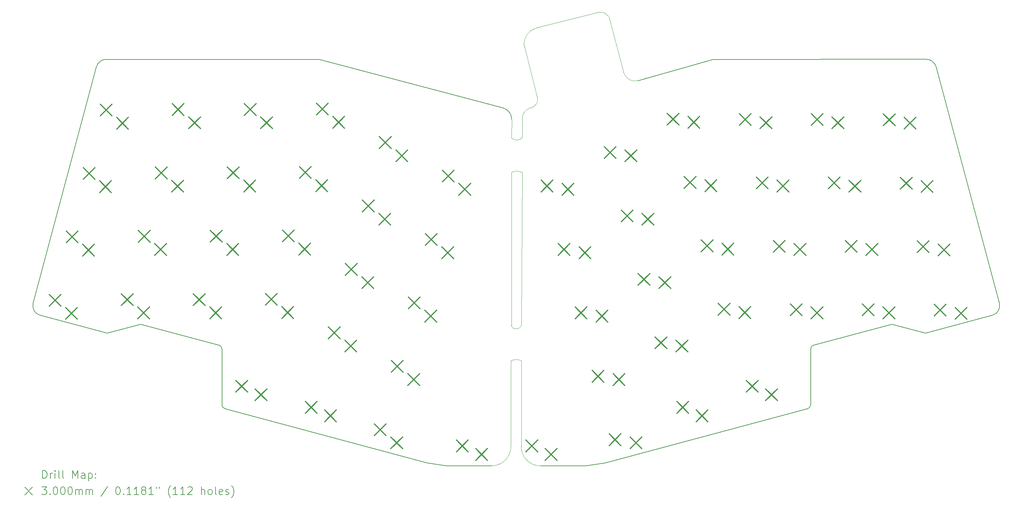
<source format=gbr>
%TF.GenerationSoftware,KiCad,Pcbnew,7.0.9-7.0.9~ubuntu22.04.1*%
%TF.CreationDate,2023-12-21T13:29:14+01:00*%
%TF.ProjectId,ergo56,6572676f-3536-42e6-9b69-6361645f7063,0.1*%
%TF.SameCoordinates,Original*%
%TF.FileFunction,Drillmap*%
%TF.FilePolarity,Positive*%
%FSLAX45Y45*%
G04 Gerber Fmt 4.5, Leading zero omitted, Abs format (unit mm)*
G04 Created by KiCad (PCBNEW 7.0.9-7.0.9~ubuntu22.04.1) date 2023-12-21 13:29:14*
%MOMM*%
%LPD*%
G01*
G04 APERTURE LIST*
%ADD10C,0.188976*%
%ADD11C,0.050000*%
%ADD12C,0.200000*%
%ADD13C,0.300000*%
G04 APERTURE END LIST*
D10*
X7214306Y-11646436D02*
G75*
G03*
X7140186Y-11549922I-100006J-84D01*
G01*
X25426197Y-11238603D02*
X24559450Y-11005628D01*
X17138840Y-14598765D02*
X16634302Y-14675633D01*
X22528409Y-11549890D02*
G75*
G03*
X22454292Y-11646408I25881J-96590D01*
G01*
X2328493Y-10467059D02*
G75*
G03*
X2505275Y-10773246I241487J-64701D01*
G01*
D11*
X15250138Y-5383050D02*
X15198079Y-5399411D01*
X14986352Y-7078857D02*
G75*
G03*
X14710821Y-7076535I-139702J-228593D01*
G01*
X14968877Y-11012940D02*
X14986355Y-7078853D01*
D10*
X25697906Y-4331268D02*
X27340093Y-10467031D01*
D11*
X15354655Y-3332354D02*
G75*
G03*
X15031566Y-3764153I126995J-431796D01*
G01*
X17613511Y-4484754D02*
G75*
G03*
X17985388Y-4696851I290079J76544D01*
G01*
X14706955Y-6177153D02*
X14715457Y-5701057D01*
X15383942Y-5142722D02*
X15031566Y-3764153D01*
X15250138Y-5383050D02*
G75*
G03*
X15383942Y-5142722I-59968J190800D01*
G01*
X14694255Y-11955653D02*
X14694255Y-14174108D01*
D10*
X14715452Y-5701057D02*
G75*
G03*
X14492361Y-5405713I-299952J5357D01*
G01*
X12529762Y-14598762D02*
X7288411Y-13190970D01*
X22380192Y-13190975D02*
G75*
G03*
X22454279Y-13094388I-25902J96575D01*
G01*
D11*
X16967555Y-2925953D02*
X15354655Y-3332353D01*
X14962649Y-14174292D02*
G75*
G03*
X15462643Y-14675632I499991J-1348D01*
G01*
D10*
X7214324Y-13094386D02*
X7214304Y-11646436D01*
X2328499Y-10467060D02*
X3970686Y-4331299D01*
X7214325Y-13094386D02*
G75*
G03*
X7288411Y-13190970I99995J-4D01*
G01*
X27163316Y-10773216D02*
G75*
G03*
X27340093Y-10467031I-64696J241476D01*
G01*
X17985388Y-4696851D02*
X19927402Y-4146477D01*
D11*
X17235530Y-3052174D02*
G75*
G03*
X16967555Y-2925953I-229880J-140476D01*
G01*
D10*
X14194911Y-14674108D02*
X13034300Y-14675631D01*
D11*
X14194911Y-14674115D02*
G75*
G03*
X14694255Y-14174108I-661J500005D01*
G01*
D10*
X9741186Y-4146502D02*
X9741186Y-4146502D01*
X4212370Y-4146004D02*
G75*
G03*
X3970686Y-4331299I-202J-250001D01*
G01*
D11*
X15198079Y-5399410D02*
G75*
G03*
X14988036Y-5687881I89951J-286200D01*
G01*
X14962645Y-14174292D02*
X14968599Y-11953065D01*
X17613515Y-4484753D02*
X17235536Y-3052170D01*
X14706947Y-11041256D02*
G75*
G03*
X14968877Y-11012940I127003J50806D01*
G01*
D10*
X9741186Y-4146502D02*
X14492361Y-5405713D01*
X16634302Y-14675633D02*
X15462643Y-14675632D01*
D11*
X14706961Y-6177148D02*
G75*
G03*
X14991694Y-6171019I139699J126998D01*
G01*
D10*
X27163316Y-10773217D02*
X25426197Y-11238603D01*
D11*
X14991694Y-6171019D02*
X14988036Y-5687881D01*
D10*
X4212370Y-4146004D02*
X9741186Y-4146502D01*
D11*
X14706955Y-11041253D02*
X14710821Y-7076535D01*
D10*
X13034300Y-14675631D02*
X12529762Y-14598762D01*
X7140186Y-11549922D02*
X5109147Y-11005655D01*
X22454292Y-11646408D02*
X22454279Y-13094388D01*
X24559450Y-11005628D02*
X22528411Y-11549894D01*
X18189040Y-4611795D02*
X18189040Y-4611795D01*
X5109147Y-11005655D02*
X4242399Y-11238630D01*
X4242399Y-11238630D02*
X2505275Y-10773246D01*
X25697900Y-4331270D02*
G75*
G03*
X25456222Y-4145973I-241480J-64700D01*
G01*
X19927402Y-4146477D02*
X25456222Y-4145973D01*
X22380192Y-13190973D02*
X17138840Y-14598765D01*
D11*
X14968597Y-11953069D02*
G75*
G03*
X14694255Y-11955653I-134647J-269281D01*
G01*
D12*
D13*
X2744312Y-10234897D02*
X3044312Y-10534897D01*
X3044312Y-10234897D02*
X2744312Y-10534897D01*
X3170335Y-10576810D02*
X3470335Y-10876810D01*
X3470335Y-10576810D02*
X3170335Y-10876810D01*
X3184305Y-8592823D02*
X3484305Y-8892823D01*
X3484305Y-8592823D02*
X3184305Y-8892823D01*
X3610328Y-8934736D02*
X3910328Y-9234736D01*
X3910328Y-8934736D02*
X3610328Y-9234736D01*
X3624298Y-6950748D02*
X3924298Y-7250748D01*
X3924298Y-6950748D02*
X3624298Y-7250748D01*
X4050321Y-7292661D02*
X4350321Y-7592661D01*
X4350321Y-7292661D02*
X4050321Y-7592661D01*
X4064294Y-5308670D02*
X4364294Y-5608669D01*
X4364294Y-5308670D02*
X4064294Y-5608669D01*
X4490317Y-5650583D02*
X4790317Y-5950583D01*
X4790317Y-5650583D02*
X4490317Y-5950583D01*
X4611498Y-10221128D02*
X4911498Y-10521128D01*
X4911498Y-10221128D02*
X4611498Y-10521128D01*
X5037521Y-10563041D02*
X5337521Y-10863041D01*
X5337521Y-10563041D02*
X5037521Y-10863041D01*
X5051492Y-8579054D02*
X5351492Y-8879054D01*
X5351492Y-8579054D02*
X5051492Y-8879054D01*
X5477515Y-8920967D02*
X5777514Y-9220967D01*
X5777514Y-8920967D02*
X5477515Y-9220967D01*
X5491484Y-6936980D02*
X5791484Y-7236980D01*
X5791484Y-6936980D02*
X5491484Y-7236980D01*
X5917507Y-7278894D02*
X6217507Y-7578894D01*
X6217507Y-7278894D02*
X5917507Y-7578894D01*
X5931475Y-5294902D02*
X6231475Y-5594902D01*
X6231475Y-5294902D02*
X5931475Y-5594902D01*
X6357498Y-5636815D02*
X6657498Y-5936815D01*
X6657498Y-5636815D02*
X6357498Y-5936815D01*
X6475171Y-10220479D02*
X6775171Y-10520479D01*
X6775171Y-10220479D02*
X6475171Y-10520479D01*
X6901194Y-10562392D02*
X7201194Y-10862392D01*
X7201194Y-10562392D02*
X6901194Y-10862392D01*
X6915163Y-8578404D02*
X7215163Y-8878404D01*
X7215163Y-8578404D02*
X6915163Y-8878404D01*
X7341185Y-8920317D02*
X7641185Y-9220317D01*
X7641185Y-8920317D02*
X7341185Y-9220317D01*
X7355155Y-6936330D02*
X7655155Y-7236330D01*
X7655155Y-6936330D02*
X7355155Y-7236330D01*
X7576457Y-12461900D02*
X7876457Y-12761900D01*
X7876457Y-12461900D02*
X7576457Y-12761900D01*
X7781178Y-7278244D02*
X8081178Y-7578244D01*
X8081178Y-7278244D02*
X7781178Y-7578244D01*
X7795148Y-5294253D02*
X8095148Y-5594253D01*
X8095148Y-5294253D02*
X7795148Y-5594253D01*
X8076457Y-12681900D02*
X8376457Y-12981900D01*
X8376457Y-12681900D02*
X8076457Y-12981900D01*
X8221171Y-5636166D02*
X8521171Y-5936166D01*
X8521171Y-5636166D02*
X8221171Y-5936166D01*
X8341244Y-10210864D02*
X8641244Y-10510864D01*
X8641244Y-10210864D02*
X8341244Y-10510864D01*
X8767267Y-10552778D02*
X9067267Y-10852778D01*
X9067267Y-10552778D02*
X8767267Y-10852778D01*
X8781236Y-8568789D02*
X9081236Y-8868789D01*
X9081236Y-8568789D02*
X8781236Y-8868789D01*
X9207259Y-8910703D02*
X9507259Y-9210703D01*
X9507259Y-8910703D02*
X9207259Y-9210703D01*
X9221229Y-6926716D02*
X9521229Y-7226716D01*
X9521229Y-6926716D02*
X9221229Y-7226716D01*
X9376457Y-13010100D02*
X9676457Y-13310100D01*
X9676457Y-13010100D02*
X9376457Y-13310100D01*
X9647251Y-7268629D02*
X9947251Y-7568629D01*
X9947251Y-7268629D02*
X9647251Y-7568629D01*
X9661224Y-5284638D02*
X9961224Y-5584638D01*
X9961224Y-5284638D02*
X9661224Y-5584638D01*
X9876457Y-13230100D02*
X10176457Y-13530100D01*
X10176457Y-13230100D02*
X9876457Y-13530100D01*
X9972355Y-11078140D02*
X10272355Y-11378139D01*
X10272355Y-11078140D02*
X9972355Y-11378139D01*
X10087247Y-5626551D02*
X10387247Y-5926551D01*
X10387247Y-5626551D02*
X10087247Y-5926551D01*
X10398378Y-11420053D02*
X10698378Y-11720053D01*
X10698378Y-11420053D02*
X10398378Y-11720053D01*
X10412347Y-9436066D02*
X10712347Y-9736066D01*
X10712347Y-9436066D02*
X10412347Y-9736066D01*
X10838370Y-9777979D02*
X11138370Y-10077979D01*
X11138370Y-9777979D02*
X10838370Y-10077979D01*
X10852340Y-7793992D02*
X11152340Y-8093992D01*
X11152340Y-7793992D02*
X10852340Y-8093992D01*
X11163474Y-13587491D02*
X11463474Y-13887491D01*
X11463474Y-13587491D02*
X11163474Y-13887491D01*
X11278362Y-8135905D02*
X11578362Y-8435906D01*
X11578362Y-8135905D02*
X11278362Y-8435906D01*
X11292331Y-6151920D02*
X11592331Y-6451920D01*
X11592331Y-6151920D02*
X11292331Y-6451920D01*
X11589496Y-13929404D02*
X11889496Y-14229404D01*
X11889496Y-13929404D02*
X11589496Y-14229404D01*
X11603466Y-11945417D02*
X11903466Y-12245417D01*
X11903466Y-11945417D02*
X11603466Y-12245417D01*
X11718354Y-6493834D02*
X12018354Y-6793834D01*
X12018354Y-6493834D02*
X11718354Y-6793834D01*
X12029489Y-12287330D02*
X12329489Y-12587330D01*
X12329489Y-12287330D02*
X12029489Y-12587330D01*
X12043459Y-10303344D02*
X12343459Y-10603344D01*
X12343459Y-10303344D02*
X12043459Y-10603344D01*
X12469482Y-10645257D02*
X12769482Y-10945257D01*
X12769482Y-10645257D02*
X12469482Y-10945257D01*
X12483450Y-8661270D02*
X12783450Y-8961270D01*
X12783450Y-8661270D02*
X12483450Y-8961270D01*
X12909473Y-9003183D02*
X13209473Y-9303183D01*
X13209473Y-9003183D02*
X12909473Y-9303183D01*
X12923446Y-7019194D02*
X13223446Y-7319194D01*
X13223446Y-7019194D02*
X12923446Y-7319194D01*
X13285056Y-14007453D02*
X13585056Y-14307453D01*
X13585056Y-14007453D02*
X13285056Y-14307453D01*
X13349469Y-7361107D02*
X13649469Y-7661107D01*
X13649469Y-7361107D02*
X13349469Y-7661107D01*
X13785056Y-14227453D02*
X14085056Y-14527453D01*
X14085056Y-14227453D02*
X13785056Y-14527453D01*
X15085056Y-14007453D02*
X15385056Y-14307453D01*
X15385056Y-14007453D02*
X15085056Y-14307453D01*
X15480749Y-7278015D02*
X15780749Y-7578015D01*
X15780749Y-7278015D02*
X15480749Y-7578015D01*
X15585056Y-14227453D02*
X15885056Y-14527453D01*
X15885056Y-14227453D02*
X15585056Y-14527453D01*
X15920738Y-8920089D02*
X16220738Y-9220089D01*
X16220738Y-8920089D02*
X15920738Y-9220089D01*
X16020652Y-7361109D02*
X16320652Y-7661109D01*
X16320652Y-7361109D02*
X16020652Y-7661109D01*
X16360729Y-10562162D02*
X16660729Y-10862162D01*
X16660729Y-10562162D02*
X16360729Y-10862162D01*
X16460641Y-9003183D02*
X16760641Y-9303183D01*
X16760641Y-9003183D02*
X16460641Y-9303183D01*
X16800723Y-12204237D02*
X17100723Y-12504237D01*
X17100723Y-12204237D02*
X16800723Y-12504237D01*
X16900633Y-10645256D02*
X17200633Y-10945256D01*
X17200633Y-10645256D02*
X16900633Y-10945256D01*
X17111855Y-6410742D02*
X17411855Y-6710742D01*
X17411855Y-6410742D02*
X17111855Y-6710742D01*
X17240716Y-13846278D02*
X17540716Y-14146278D01*
X17540716Y-13846278D02*
X17240716Y-14146278D01*
X17340626Y-12287331D02*
X17640626Y-12587331D01*
X17640626Y-12287331D02*
X17340626Y-12587331D01*
X17551848Y-8052812D02*
X17851848Y-8352812D01*
X17851848Y-8052812D02*
X17551848Y-8352812D01*
X17651758Y-6493836D02*
X17951758Y-6793836D01*
X17951758Y-6493836D02*
X17651758Y-6793836D01*
X17780619Y-13929373D02*
X18080619Y-14229373D01*
X18080619Y-13929373D02*
X17780619Y-14229373D01*
X17991840Y-9694886D02*
X18291840Y-9994886D01*
X18291840Y-9694886D02*
X17991840Y-9994886D01*
X18091752Y-8135906D02*
X18391752Y-8435906D01*
X18391752Y-8135906D02*
X18091752Y-8435906D01*
X18431833Y-11336959D02*
X18731833Y-11636959D01*
X18731833Y-11336959D02*
X18431833Y-11636959D01*
X18531743Y-9777980D02*
X18831743Y-10077980D01*
X18831743Y-9777980D02*
X18531743Y-10077980D01*
X18742972Y-5543458D02*
X19042972Y-5843458D01*
X19042972Y-5543458D02*
X18742972Y-5843458D01*
X18971736Y-11420054D02*
X19271736Y-11720054D01*
X19271736Y-11420054D02*
X18971736Y-11720054D01*
X18993682Y-13010067D02*
X19293682Y-13310067D01*
X19293682Y-13010067D02*
X18993682Y-13310067D01*
X19182959Y-7185534D02*
X19482959Y-7485534D01*
X19482959Y-7185534D02*
X19182959Y-7485534D01*
X19282875Y-5626552D02*
X19582875Y-5926552D01*
X19582875Y-5626552D02*
X19282875Y-5926552D01*
X19493682Y-13230067D02*
X19793682Y-13530067D01*
X19793682Y-13230067D02*
X19493682Y-13530067D01*
X19622952Y-8827608D02*
X19922952Y-9127608D01*
X19922952Y-8827608D02*
X19622952Y-9127608D01*
X19722862Y-7268628D02*
X20022862Y-7568628D01*
X20022862Y-7268628D02*
X19722862Y-7568628D01*
X20062944Y-10469682D02*
X20362944Y-10769682D01*
X20362944Y-10469682D02*
X20062944Y-10769682D01*
X20162855Y-8910703D02*
X20462855Y-9210703D01*
X20462855Y-8910703D02*
X20162855Y-9210703D01*
X20602847Y-10552777D02*
X20902847Y-10852777D01*
X20902847Y-10552777D02*
X20602847Y-10852777D01*
X20609037Y-5553074D02*
X20909037Y-5853074D01*
X20909037Y-5553074D02*
X20609037Y-5853074D01*
X20793717Y-12461850D02*
X21093717Y-12761850D01*
X21093717Y-12461850D02*
X20793717Y-12761850D01*
X21049032Y-7195150D02*
X21349032Y-7495150D01*
X21349032Y-7195150D02*
X21049032Y-7495150D01*
X21148941Y-5636168D02*
X21448941Y-5936168D01*
X21448941Y-5636168D02*
X21148941Y-5936168D01*
X21293717Y-12681850D02*
X21593717Y-12981850D01*
X21593717Y-12681850D02*
X21293717Y-12981850D01*
X21489026Y-8837223D02*
X21789026Y-9137223D01*
X21789026Y-8837223D02*
X21489026Y-9137223D01*
X21588936Y-7278244D02*
X21888936Y-7578244D01*
X21888936Y-7278244D02*
X21588936Y-7578244D01*
X21929016Y-10479298D02*
X22229016Y-10779298D01*
X22229016Y-10479298D02*
X21929016Y-10779298D01*
X22028929Y-8920318D02*
X22328929Y-9220318D01*
X22328929Y-8920318D02*
X22028929Y-9220318D01*
X22468919Y-10562392D02*
X22768919Y-10862392D01*
X22768919Y-10562392D02*
X22468919Y-10862392D01*
X22472722Y-5553764D02*
X22772722Y-5853764D01*
X22772722Y-5553764D02*
X22472722Y-5853764D01*
X22912716Y-7195840D02*
X23212716Y-7495840D01*
X23212716Y-7195840D02*
X22912716Y-7495840D01*
X23012625Y-5636859D02*
X23312625Y-5936859D01*
X23312625Y-5636859D02*
X23012625Y-5936859D01*
X23352707Y-8837914D02*
X23652707Y-9137914D01*
X23652707Y-8837914D02*
X23352707Y-9137914D01*
X23452619Y-7278934D02*
X23752619Y-7578934D01*
X23752619Y-7278934D02*
X23452619Y-7578934D01*
X23792699Y-10479988D02*
X24092699Y-10779988D01*
X24092699Y-10479988D02*
X23792699Y-10779988D01*
X23892610Y-8921008D02*
X24192610Y-9221008D01*
X24192610Y-8921008D02*
X23892610Y-9221008D01*
X24332602Y-10563082D02*
X24632602Y-10863082D01*
X24632602Y-10563082D02*
X24332602Y-10863082D01*
X24338799Y-5563379D02*
X24638799Y-5863379D01*
X24638799Y-5563379D02*
X24338799Y-5863379D01*
X24778787Y-7205454D02*
X25078787Y-7505454D01*
X25078787Y-7205454D02*
X24778787Y-7505454D01*
X24878702Y-5646474D02*
X25178702Y-5946474D01*
X25178702Y-5646474D02*
X24878702Y-5946474D01*
X25218781Y-8847529D02*
X25518781Y-9147529D01*
X25518781Y-8847529D02*
X25218781Y-9147529D01*
X25318690Y-7288548D02*
X25618690Y-7588548D01*
X25618690Y-7288548D02*
X25318690Y-7588548D01*
X25658773Y-10489603D02*
X25958773Y-10789603D01*
X25958773Y-10489603D02*
X25658773Y-10789603D01*
X25758684Y-8930623D02*
X26058684Y-9230623D01*
X26058684Y-8930623D02*
X25758684Y-9230623D01*
X26198676Y-10572697D02*
X26498676Y-10872697D01*
X26498676Y-10572697D02*
X26198676Y-10872697D01*
D12*
X2571304Y-14996566D02*
X2571304Y-14796566D01*
X2571304Y-14796566D02*
X2618923Y-14796566D01*
X2618923Y-14796566D02*
X2647494Y-14806090D01*
X2647494Y-14806090D02*
X2666542Y-14825137D01*
X2666542Y-14825137D02*
X2676066Y-14844185D01*
X2676066Y-14844185D02*
X2685589Y-14882280D01*
X2685589Y-14882280D02*
X2685589Y-14910851D01*
X2685589Y-14910851D02*
X2676066Y-14948947D01*
X2676066Y-14948947D02*
X2666542Y-14967994D01*
X2666542Y-14967994D02*
X2647494Y-14987042D01*
X2647494Y-14987042D02*
X2618923Y-14996566D01*
X2618923Y-14996566D02*
X2571304Y-14996566D01*
X2771304Y-14996566D02*
X2771304Y-14863232D01*
X2771304Y-14901328D02*
X2780827Y-14882280D01*
X2780827Y-14882280D02*
X2790351Y-14872756D01*
X2790351Y-14872756D02*
X2809399Y-14863232D01*
X2809399Y-14863232D02*
X2828446Y-14863232D01*
X2895113Y-14996566D02*
X2895113Y-14863232D01*
X2895113Y-14796566D02*
X2885589Y-14806090D01*
X2885589Y-14806090D02*
X2895113Y-14815613D01*
X2895113Y-14815613D02*
X2904637Y-14806090D01*
X2904637Y-14806090D02*
X2895113Y-14796566D01*
X2895113Y-14796566D02*
X2895113Y-14815613D01*
X3018923Y-14996566D02*
X2999875Y-14987042D01*
X2999875Y-14987042D02*
X2990351Y-14967994D01*
X2990351Y-14967994D02*
X2990351Y-14796566D01*
X3123684Y-14996566D02*
X3104637Y-14987042D01*
X3104637Y-14987042D02*
X3095113Y-14967994D01*
X3095113Y-14967994D02*
X3095113Y-14796566D01*
X3352256Y-14996566D02*
X3352256Y-14796566D01*
X3352256Y-14796566D02*
X3418923Y-14939423D01*
X3418923Y-14939423D02*
X3485589Y-14796566D01*
X3485589Y-14796566D02*
X3485589Y-14996566D01*
X3666542Y-14996566D02*
X3666542Y-14891804D01*
X3666542Y-14891804D02*
X3657018Y-14872756D01*
X3657018Y-14872756D02*
X3637970Y-14863232D01*
X3637970Y-14863232D02*
X3599875Y-14863232D01*
X3599875Y-14863232D02*
X3580827Y-14872756D01*
X3666542Y-14987042D02*
X3647494Y-14996566D01*
X3647494Y-14996566D02*
X3599875Y-14996566D01*
X3599875Y-14996566D02*
X3580827Y-14987042D01*
X3580827Y-14987042D02*
X3571304Y-14967994D01*
X3571304Y-14967994D02*
X3571304Y-14948947D01*
X3571304Y-14948947D02*
X3580827Y-14929899D01*
X3580827Y-14929899D02*
X3599875Y-14920375D01*
X3599875Y-14920375D02*
X3647494Y-14920375D01*
X3647494Y-14920375D02*
X3666542Y-14910851D01*
X3761780Y-14863232D02*
X3761780Y-15063232D01*
X3761780Y-14872756D02*
X3780827Y-14863232D01*
X3780827Y-14863232D02*
X3818923Y-14863232D01*
X3818923Y-14863232D02*
X3837970Y-14872756D01*
X3837970Y-14872756D02*
X3847494Y-14882280D01*
X3847494Y-14882280D02*
X3857018Y-14901328D01*
X3857018Y-14901328D02*
X3857018Y-14958470D01*
X3857018Y-14958470D02*
X3847494Y-14977518D01*
X3847494Y-14977518D02*
X3837970Y-14987042D01*
X3837970Y-14987042D02*
X3818923Y-14996566D01*
X3818923Y-14996566D02*
X3780827Y-14996566D01*
X3780827Y-14996566D02*
X3761780Y-14987042D01*
X3942732Y-14977518D02*
X3952256Y-14987042D01*
X3952256Y-14987042D02*
X3942732Y-14996566D01*
X3942732Y-14996566D02*
X3933208Y-14987042D01*
X3933208Y-14987042D02*
X3942732Y-14977518D01*
X3942732Y-14977518D02*
X3942732Y-14996566D01*
X3942732Y-14872756D02*
X3952256Y-14882280D01*
X3952256Y-14882280D02*
X3942732Y-14891804D01*
X3942732Y-14891804D02*
X3933208Y-14882280D01*
X3933208Y-14882280D02*
X3942732Y-14872756D01*
X3942732Y-14872756D02*
X3942732Y-14891804D01*
X2110527Y-15225082D02*
X2310527Y-15425082D01*
X2310527Y-15225082D02*
X2110527Y-15425082D01*
X2552256Y-15216566D02*
X2676066Y-15216566D01*
X2676066Y-15216566D02*
X2609399Y-15292756D01*
X2609399Y-15292756D02*
X2637970Y-15292756D01*
X2637970Y-15292756D02*
X2657018Y-15302280D01*
X2657018Y-15302280D02*
X2666542Y-15311804D01*
X2666542Y-15311804D02*
X2676066Y-15330851D01*
X2676066Y-15330851D02*
X2676066Y-15378470D01*
X2676066Y-15378470D02*
X2666542Y-15397518D01*
X2666542Y-15397518D02*
X2657018Y-15407042D01*
X2657018Y-15407042D02*
X2637970Y-15416566D01*
X2637970Y-15416566D02*
X2580827Y-15416566D01*
X2580827Y-15416566D02*
X2561780Y-15407042D01*
X2561780Y-15407042D02*
X2552256Y-15397518D01*
X2761780Y-15397518D02*
X2771304Y-15407042D01*
X2771304Y-15407042D02*
X2761780Y-15416566D01*
X2761780Y-15416566D02*
X2752256Y-15407042D01*
X2752256Y-15407042D02*
X2761780Y-15397518D01*
X2761780Y-15397518D02*
X2761780Y-15416566D01*
X2895113Y-15216566D02*
X2914161Y-15216566D01*
X2914161Y-15216566D02*
X2933208Y-15226090D01*
X2933208Y-15226090D02*
X2942732Y-15235613D01*
X2942732Y-15235613D02*
X2952256Y-15254661D01*
X2952256Y-15254661D02*
X2961780Y-15292756D01*
X2961780Y-15292756D02*
X2961780Y-15340375D01*
X2961780Y-15340375D02*
X2952256Y-15378470D01*
X2952256Y-15378470D02*
X2942732Y-15397518D01*
X2942732Y-15397518D02*
X2933208Y-15407042D01*
X2933208Y-15407042D02*
X2914161Y-15416566D01*
X2914161Y-15416566D02*
X2895113Y-15416566D01*
X2895113Y-15416566D02*
X2876065Y-15407042D01*
X2876065Y-15407042D02*
X2866542Y-15397518D01*
X2866542Y-15397518D02*
X2857018Y-15378470D01*
X2857018Y-15378470D02*
X2847494Y-15340375D01*
X2847494Y-15340375D02*
X2847494Y-15292756D01*
X2847494Y-15292756D02*
X2857018Y-15254661D01*
X2857018Y-15254661D02*
X2866542Y-15235613D01*
X2866542Y-15235613D02*
X2876065Y-15226090D01*
X2876065Y-15226090D02*
X2895113Y-15216566D01*
X3085589Y-15216566D02*
X3104637Y-15216566D01*
X3104637Y-15216566D02*
X3123685Y-15226090D01*
X3123685Y-15226090D02*
X3133208Y-15235613D01*
X3133208Y-15235613D02*
X3142732Y-15254661D01*
X3142732Y-15254661D02*
X3152256Y-15292756D01*
X3152256Y-15292756D02*
X3152256Y-15340375D01*
X3152256Y-15340375D02*
X3142732Y-15378470D01*
X3142732Y-15378470D02*
X3133208Y-15397518D01*
X3133208Y-15397518D02*
X3123685Y-15407042D01*
X3123685Y-15407042D02*
X3104637Y-15416566D01*
X3104637Y-15416566D02*
X3085589Y-15416566D01*
X3085589Y-15416566D02*
X3066542Y-15407042D01*
X3066542Y-15407042D02*
X3057018Y-15397518D01*
X3057018Y-15397518D02*
X3047494Y-15378470D01*
X3047494Y-15378470D02*
X3037970Y-15340375D01*
X3037970Y-15340375D02*
X3037970Y-15292756D01*
X3037970Y-15292756D02*
X3047494Y-15254661D01*
X3047494Y-15254661D02*
X3057018Y-15235613D01*
X3057018Y-15235613D02*
X3066542Y-15226090D01*
X3066542Y-15226090D02*
X3085589Y-15216566D01*
X3276065Y-15216566D02*
X3295113Y-15216566D01*
X3295113Y-15216566D02*
X3314161Y-15226090D01*
X3314161Y-15226090D02*
X3323685Y-15235613D01*
X3323685Y-15235613D02*
X3333208Y-15254661D01*
X3333208Y-15254661D02*
X3342732Y-15292756D01*
X3342732Y-15292756D02*
X3342732Y-15340375D01*
X3342732Y-15340375D02*
X3333208Y-15378470D01*
X3333208Y-15378470D02*
X3323685Y-15397518D01*
X3323685Y-15397518D02*
X3314161Y-15407042D01*
X3314161Y-15407042D02*
X3295113Y-15416566D01*
X3295113Y-15416566D02*
X3276065Y-15416566D01*
X3276065Y-15416566D02*
X3257018Y-15407042D01*
X3257018Y-15407042D02*
X3247494Y-15397518D01*
X3247494Y-15397518D02*
X3237970Y-15378470D01*
X3237970Y-15378470D02*
X3228446Y-15340375D01*
X3228446Y-15340375D02*
X3228446Y-15292756D01*
X3228446Y-15292756D02*
X3237970Y-15254661D01*
X3237970Y-15254661D02*
X3247494Y-15235613D01*
X3247494Y-15235613D02*
X3257018Y-15226090D01*
X3257018Y-15226090D02*
X3276065Y-15216566D01*
X3428446Y-15416566D02*
X3428446Y-15283232D01*
X3428446Y-15302280D02*
X3437970Y-15292756D01*
X3437970Y-15292756D02*
X3457018Y-15283232D01*
X3457018Y-15283232D02*
X3485589Y-15283232D01*
X3485589Y-15283232D02*
X3504637Y-15292756D01*
X3504637Y-15292756D02*
X3514161Y-15311804D01*
X3514161Y-15311804D02*
X3514161Y-15416566D01*
X3514161Y-15311804D02*
X3523685Y-15292756D01*
X3523685Y-15292756D02*
X3542732Y-15283232D01*
X3542732Y-15283232D02*
X3571304Y-15283232D01*
X3571304Y-15283232D02*
X3590351Y-15292756D01*
X3590351Y-15292756D02*
X3599875Y-15311804D01*
X3599875Y-15311804D02*
X3599875Y-15416566D01*
X3695113Y-15416566D02*
X3695113Y-15283232D01*
X3695113Y-15302280D02*
X3704637Y-15292756D01*
X3704637Y-15292756D02*
X3723685Y-15283232D01*
X3723685Y-15283232D02*
X3752256Y-15283232D01*
X3752256Y-15283232D02*
X3771304Y-15292756D01*
X3771304Y-15292756D02*
X3780827Y-15311804D01*
X3780827Y-15311804D02*
X3780827Y-15416566D01*
X3780827Y-15311804D02*
X3790351Y-15292756D01*
X3790351Y-15292756D02*
X3809399Y-15283232D01*
X3809399Y-15283232D02*
X3837970Y-15283232D01*
X3837970Y-15283232D02*
X3857018Y-15292756D01*
X3857018Y-15292756D02*
X3866542Y-15311804D01*
X3866542Y-15311804D02*
X3866542Y-15416566D01*
X4257018Y-15207042D02*
X4085589Y-15464185D01*
X4514161Y-15216566D02*
X4533209Y-15216566D01*
X4533209Y-15216566D02*
X4552256Y-15226090D01*
X4552256Y-15226090D02*
X4561780Y-15235613D01*
X4561780Y-15235613D02*
X4571304Y-15254661D01*
X4571304Y-15254661D02*
X4580828Y-15292756D01*
X4580828Y-15292756D02*
X4580828Y-15340375D01*
X4580828Y-15340375D02*
X4571304Y-15378470D01*
X4571304Y-15378470D02*
X4561780Y-15397518D01*
X4561780Y-15397518D02*
X4552256Y-15407042D01*
X4552256Y-15407042D02*
X4533209Y-15416566D01*
X4533209Y-15416566D02*
X4514161Y-15416566D01*
X4514161Y-15416566D02*
X4495113Y-15407042D01*
X4495113Y-15407042D02*
X4485590Y-15397518D01*
X4485590Y-15397518D02*
X4476066Y-15378470D01*
X4476066Y-15378470D02*
X4466542Y-15340375D01*
X4466542Y-15340375D02*
X4466542Y-15292756D01*
X4466542Y-15292756D02*
X4476066Y-15254661D01*
X4476066Y-15254661D02*
X4485590Y-15235613D01*
X4485590Y-15235613D02*
X4495113Y-15226090D01*
X4495113Y-15226090D02*
X4514161Y-15216566D01*
X4666542Y-15397518D02*
X4676066Y-15407042D01*
X4676066Y-15407042D02*
X4666542Y-15416566D01*
X4666542Y-15416566D02*
X4657018Y-15407042D01*
X4657018Y-15407042D02*
X4666542Y-15397518D01*
X4666542Y-15397518D02*
X4666542Y-15416566D01*
X4866542Y-15416566D02*
X4752256Y-15416566D01*
X4809399Y-15416566D02*
X4809399Y-15216566D01*
X4809399Y-15216566D02*
X4790351Y-15245137D01*
X4790351Y-15245137D02*
X4771304Y-15264185D01*
X4771304Y-15264185D02*
X4752256Y-15273709D01*
X5057018Y-15416566D02*
X4942732Y-15416566D01*
X4999875Y-15416566D02*
X4999875Y-15216566D01*
X4999875Y-15216566D02*
X4980828Y-15245137D01*
X4980828Y-15245137D02*
X4961780Y-15264185D01*
X4961780Y-15264185D02*
X4942732Y-15273709D01*
X5171304Y-15302280D02*
X5152256Y-15292756D01*
X5152256Y-15292756D02*
X5142732Y-15283232D01*
X5142732Y-15283232D02*
X5133209Y-15264185D01*
X5133209Y-15264185D02*
X5133209Y-15254661D01*
X5133209Y-15254661D02*
X5142732Y-15235613D01*
X5142732Y-15235613D02*
X5152256Y-15226090D01*
X5152256Y-15226090D02*
X5171304Y-15216566D01*
X5171304Y-15216566D02*
X5209399Y-15216566D01*
X5209399Y-15216566D02*
X5228447Y-15226090D01*
X5228447Y-15226090D02*
X5237971Y-15235613D01*
X5237971Y-15235613D02*
X5247494Y-15254661D01*
X5247494Y-15254661D02*
X5247494Y-15264185D01*
X5247494Y-15264185D02*
X5237971Y-15283232D01*
X5237971Y-15283232D02*
X5228447Y-15292756D01*
X5228447Y-15292756D02*
X5209399Y-15302280D01*
X5209399Y-15302280D02*
X5171304Y-15302280D01*
X5171304Y-15302280D02*
X5152256Y-15311804D01*
X5152256Y-15311804D02*
X5142732Y-15321328D01*
X5142732Y-15321328D02*
X5133209Y-15340375D01*
X5133209Y-15340375D02*
X5133209Y-15378470D01*
X5133209Y-15378470D02*
X5142732Y-15397518D01*
X5142732Y-15397518D02*
X5152256Y-15407042D01*
X5152256Y-15407042D02*
X5171304Y-15416566D01*
X5171304Y-15416566D02*
X5209399Y-15416566D01*
X5209399Y-15416566D02*
X5228447Y-15407042D01*
X5228447Y-15407042D02*
X5237971Y-15397518D01*
X5237971Y-15397518D02*
X5247494Y-15378470D01*
X5247494Y-15378470D02*
X5247494Y-15340375D01*
X5247494Y-15340375D02*
X5237971Y-15321328D01*
X5237971Y-15321328D02*
X5228447Y-15311804D01*
X5228447Y-15311804D02*
X5209399Y-15302280D01*
X5437971Y-15416566D02*
X5323685Y-15416566D01*
X5380828Y-15416566D02*
X5380828Y-15216566D01*
X5380828Y-15216566D02*
X5361780Y-15245137D01*
X5361780Y-15245137D02*
X5342732Y-15264185D01*
X5342732Y-15264185D02*
X5323685Y-15273709D01*
X5514161Y-15216566D02*
X5514161Y-15254661D01*
X5590352Y-15216566D02*
X5590352Y-15254661D01*
X5885590Y-15492756D02*
X5876066Y-15483232D01*
X5876066Y-15483232D02*
X5857018Y-15454661D01*
X5857018Y-15454661D02*
X5847494Y-15435613D01*
X5847494Y-15435613D02*
X5837971Y-15407042D01*
X5837971Y-15407042D02*
X5828447Y-15359423D01*
X5828447Y-15359423D02*
X5828447Y-15321328D01*
X5828447Y-15321328D02*
X5837971Y-15273709D01*
X5837971Y-15273709D02*
X5847494Y-15245137D01*
X5847494Y-15245137D02*
X5857018Y-15226090D01*
X5857018Y-15226090D02*
X5876066Y-15197518D01*
X5876066Y-15197518D02*
X5885590Y-15187994D01*
X6066542Y-15416566D02*
X5952256Y-15416566D01*
X6009399Y-15416566D02*
X6009399Y-15216566D01*
X6009399Y-15216566D02*
X5990351Y-15245137D01*
X5990351Y-15245137D02*
X5971304Y-15264185D01*
X5971304Y-15264185D02*
X5952256Y-15273709D01*
X6257018Y-15416566D02*
X6142732Y-15416566D01*
X6199875Y-15416566D02*
X6199875Y-15216566D01*
X6199875Y-15216566D02*
X6180828Y-15245137D01*
X6180828Y-15245137D02*
X6161780Y-15264185D01*
X6161780Y-15264185D02*
X6142732Y-15273709D01*
X6333209Y-15235613D02*
X6342732Y-15226090D01*
X6342732Y-15226090D02*
X6361780Y-15216566D01*
X6361780Y-15216566D02*
X6409399Y-15216566D01*
X6409399Y-15216566D02*
X6428447Y-15226090D01*
X6428447Y-15226090D02*
X6437971Y-15235613D01*
X6437971Y-15235613D02*
X6447494Y-15254661D01*
X6447494Y-15254661D02*
X6447494Y-15273709D01*
X6447494Y-15273709D02*
X6437971Y-15302280D01*
X6437971Y-15302280D02*
X6323685Y-15416566D01*
X6323685Y-15416566D02*
X6447494Y-15416566D01*
X6685590Y-15416566D02*
X6685590Y-15216566D01*
X6771304Y-15416566D02*
X6771304Y-15311804D01*
X6771304Y-15311804D02*
X6761780Y-15292756D01*
X6761780Y-15292756D02*
X6742733Y-15283232D01*
X6742733Y-15283232D02*
X6714161Y-15283232D01*
X6714161Y-15283232D02*
X6695113Y-15292756D01*
X6695113Y-15292756D02*
X6685590Y-15302280D01*
X6895113Y-15416566D02*
X6876066Y-15407042D01*
X6876066Y-15407042D02*
X6866542Y-15397518D01*
X6866542Y-15397518D02*
X6857018Y-15378470D01*
X6857018Y-15378470D02*
X6857018Y-15321328D01*
X6857018Y-15321328D02*
X6866542Y-15302280D01*
X6866542Y-15302280D02*
X6876066Y-15292756D01*
X6876066Y-15292756D02*
X6895113Y-15283232D01*
X6895113Y-15283232D02*
X6923685Y-15283232D01*
X6923685Y-15283232D02*
X6942733Y-15292756D01*
X6942733Y-15292756D02*
X6952256Y-15302280D01*
X6952256Y-15302280D02*
X6961780Y-15321328D01*
X6961780Y-15321328D02*
X6961780Y-15378470D01*
X6961780Y-15378470D02*
X6952256Y-15397518D01*
X6952256Y-15397518D02*
X6942733Y-15407042D01*
X6942733Y-15407042D02*
X6923685Y-15416566D01*
X6923685Y-15416566D02*
X6895113Y-15416566D01*
X7076066Y-15416566D02*
X7057018Y-15407042D01*
X7057018Y-15407042D02*
X7047494Y-15387994D01*
X7047494Y-15387994D02*
X7047494Y-15216566D01*
X7228447Y-15407042D02*
X7209399Y-15416566D01*
X7209399Y-15416566D02*
X7171304Y-15416566D01*
X7171304Y-15416566D02*
X7152256Y-15407042D01*
X7152256Y-15407042D02*
X7142733Y-15387994D01*
X7142733Y-15387994D02*
X7142733Y-15311804D01*
X7142733Y-15311804D02*
X7152256Y-15292756D01*
X7152256Y-15292756D02*
X7171304Y-15283232D01*
X7171304Y-15283232D02*
X7209399Y-15283232D01*
X7209399Y-15283232D02*
X7228447Y-15292756D01*
X7228447Y-15292756D02*
X7237971Y-15311804D01*
X7237971Y-15311804D02*
X7237971Y-15330851D01*
X7237971Y-15330851D02*
X7142733Y-15349899D01*
X7314161Y-15407042D02*
X7333209Y-15416566D01*
X7333209Y-15416566D02*
X7371304Y-15416566D01*
X7371304Y-15416566D02*
X7390352Y-15407042D01*
X7390352Y-15407042D02*
X7399875Y-15387994D01*
X7399875Y-15387994D02*
X7399875Y-15378470D01*
X7399875Y-15378470D02*
X7390352Y-15359423D01*
X7390352Y-15359423D02*
X7371304Y-15349899D01*
X7371304Y-15349899D02*
X7342733Y-15349899D01*
X7342733Y-15349899D02*
X7323685Y-15340375D01*
X7323685Y-15340375D02*
X7314161Y-15321328D01*
X7314161Y-15321328D02*
X7314161Y-15311804D01*
X7314161Y-15311804D02*
X7323685Y-15292756D01*
X7323685Y-15292756D02*
X7342733Y-15283232D01*
X7342733Y-15283232D02*
X7371304Y-15283232D01*
X7371304Y-15283232D02*
X7390352Y-15292756D01*
X7466542Y-15492756D02*
X7476066Y-15483232D01*
X7476066Y-15483232D02*
X7495114Y-15454661D01*
X7495114Y-15454661D02*
X7504637Y-15435613D01*
X7504637Y-15435613D02*
X7514161Y-15407042D01*
X7514161Y-15407042D02*
X7523685Y-15359423D01*
X7523685Y-15359423D02*
X7523685Y-15321328D01*
X7523685Y-15321328D02*
X7514161Y-15273709D01*
X7514161Y-15273709D02*
X7504637Y-15245137D01*
X7504637Y-15245137D02*
X7495114Y-15226090D01*
X7495114Y-15226090D02*
X7476066Y-15197518D01*
X7476066Y-15197518D02*
X7466542Y-15187994D01*
M02*

</source>
